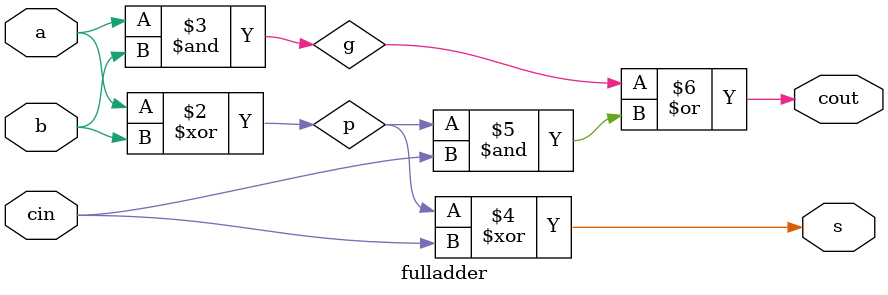
<source format=v>

module fulladder(input      a, b, cin, 
                 output reg s, cout);

  reg p, g;

  always @(*) 
    begin
      p = a ^ b;  // blocking
      g = a & b;  // blocking

      s = p ^ cin;
      cout = g | (p & cin);
    end
endmodule


</source>
